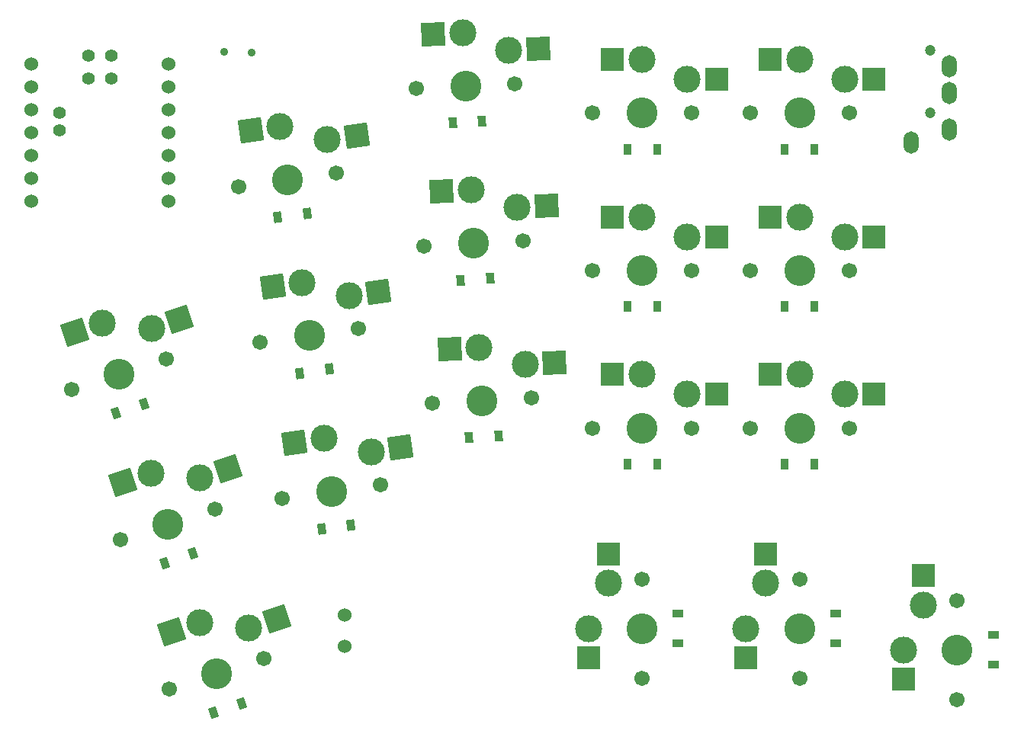
<source format=gbs>
G04 #@! TF.GenerationSoftware,KiCad,Pcbnew,8.0.7*
G04 #@! TF.CreationDate,2024-12-21T19:43:24+01:00*
G04 #@! TF.ProjectId,mint36tt_rev02_L,6d696e74-3336-4747-945f-72657630325f,0.2*
G04 #@! TF.SameCoordinates,Original*
G04 #@! TF.FileFunction,Soldermask,Bot*
G04 #@! TF.FilePolarity,Negative*
%FSLAX46Y46*%
G04 Gerber Fmt 4.6, Leading zero omitted, Abs format (unit mm)*
G04 Created by KiCad (PCBNEW 8.0.7) date 2024-12-21 19:43:24*
%MOMM*%
%LPD*%
G01*
G04 APERTURE LIST*
G04 Aperture macros list*
%AMRotRect*
0 Rectangle, with rotation*
0 The origin of the aperture is its center*
0 $1 length*
0 $2 width*
0 $3 Rotation angle, in degrees counterclockwise*
0 Add horizontal line*
21,1,$1,$2,0,0,$3*%
G04 Aperture macros list end*
%ADD10C,1.524000*%
%ADD11C,1.701800*%
%ADD12C,3.000000*%
%ADD13C,3.429000*%
%ADD14RotRect,2.600000X2.600000X18.000000*%
%ADD15R,0.900000X1.200000*%
%ADD16RotRect,2.600000X2.600000X8.000000*%
%ADD17RotRect,0.900000X1.200000X89.999999*%
%ADD18R,2.600000X2.600000*%
%ADD19RotRect,0.900000X1.200000X18.000000*%
%ADD20RotRect,0.900000X1.200000X3.000000*%
%ADD21C,1.397000*%
%ADD22RotRect,2.600000X2.600000X89.999999*%
%ADD23C,0.900000*%
%ADD24C,1.200000*%
%ADD25O,1.700000X2.500000*%
%ADD26RotRect,0.900000X1.200000X8.000000*%
%ADD27RotRect,2.600000X2.600000X3.000000*%
G04 APERTURE END LIST*
D10*
X128990000Y-121715000D03*
X128990000Y-118315000D03*
D11*
X109499052Y-126511285D03*
D12*
X112891212Y-119152906D03*
X112891212Y-119152906D03*
D13*
X114729863Y-124811692D03*
D12*
X118326332Y-119700145D03*
D11*
X119960674Y-123112099D03*
D14*
X109776502Y-120164936D03*
X121441042Y-118688114D03*
D15*
X181140000Y-84015000D03*
X177840000Y-84015000D03*
D11*
X119607598Y-87991113D03*
D12*
X124225992Y-81333566D03*
X124225992Y-81333566D03*
D13*
X125054072Y-87225661D03*
D12*
X129483513Y-82816290D03*
D11*
X130500546Y-86460209D03*
D16*
X120982864Y-81789358D03*
X132726641Y-82360498D03*
D17*
X200990000Y-120490000D03*
X200990000Y-123790000D03*
D11*
X156490000Y-97515000D03*
D12*
X161990000Y-91565000D03*
X161990000Y-91565000D03*
D13*
X161990000Y-97515000D03*
D12*
X166990000Y-93765000D03*
D11*
X167490000Y-97515000D03*
D18*
X158715000Y-91565000D03*
X170265000Y-93765000D03*
D11*
X122043127Y-105320804D03*
D12*
X126661521Y-98663257D03*
X126661521Y-98663257D03*
D13*
X127489601Y-104555352D03*
D12*
X131919042Y-100145981D03*
D11*
X132936075Y-103789900D03*
D16*
X123418393Y-99119049D03*
X135162170Y-99690189D03*
D15*
X163640000Y-101515000D03*
X160340000Y-101515000D03*
D19*
X117535174Y-128106040D03*
X114396688Y-129125796D03*
D11*
X104091255Y-109867796D03*
D12*
X107483415Y-102509417D03*
X107483415Y-102509417D03*
D13*
X109322066Y-108168203D03*
D12*
X112918535Y-103056656D03*
D11*
X114552877Y-106468610D03*
D14*
X104368705Y-103521447D03*
X116033245Y-102044625D03*
D11*
X173990000Y-62515000D03*
D12*
X179490000Y-56565000D03*
X179490000Y-56565000D03*
D13*
X179490000Y-62515000D03*
D12*
X184490000Y-58765000D03*
D11*
X184990000Y-62515000D03*
D18*
X176215000Y-56565000D03*
X187765000Y-58765000D03*
D17*
X183490000Y-118115000D03*
X183490000Y-121415000D03*
D15*
X181140000Y-66515000D03*
X177840000Y-66515000D03*
D20*
X144247213Y-63420844D03*
X140951735Y-63593552D03*
D10*
X94170000Y-57095000D03*
X94170000Y-59635000D03*
X94170000Y-62175000D03*
X94170000Y-64715000D03*
X94170000Y-67255000D03*
X94170000Y-69795000D03*
X94170000Y-72335000D03*
X109410000Y-72335000D03*
X109410000Y-69795000D03*
X109410000Y-67255000D03*
X109410000Y-64715000D03*
X109410000Y-62175000D03*
X109410000Y-59635000D03*
X109410000Y-57095000D03*
D21*
X100520000Y-56143000D03*
X103060000Y-56143000D03*
X100520000Y-58683000D03*
X103060000Y-58683000D03*
X97345000Y-64398000D03*
X97345000Y-62493000D03*
D20*
X145163093Y-80896861D03*
X141867615Y-81069569D03*
D11*
X161990000Y-125265000D03*
D12*
X156040000Y-119765000D03*
X156040000Y-119765000D03*
D13*
X161990000Y-119765000D03*
D12*
X158240000Y-114765000D03*
D11*
X161990000Y-114265000D03*
D22*
X156040000Y-123040000D03*
X158240000Y-111490000D03*
D19*
X106719579Y-94819062D03*
X103581093Y-95838818D03*
D11*
X156490000Y-80015000D03*
D12*
X161990000Y-74065000D03*
X161990000Y-74065000D03*
D13*
X161990000Y-80015000D03*
D12*
X166990000Y-76265000D03*
D11*
X167490000Y-80015000D03*
D18*
X158715000Y-74065000D03*
X170265000Y-76265000D03*
D11*
X117172069Y-70661422D03*
D12*
X121790463Y-64003875D03*
X121790463Y-64003875D03*
D13*
X122618543Y-69895970D03*
D12*
X127047984Y-65486599D03*
D11*
X128065017Y-69130518D03*
D16*
X118547335Y-64459667D03*
X130291112Y-65030807D03*
D23*
X115615000Y-55720000D03*
X118615000Y-55770000D03*
D15*
X163640000Y-66515000D03*
X160340000Y-66515000D03*
D24*
X193990000Y-55515000D03*
X193990000Y-62515000D03*
D25*
X191890000Y-65815000D03*
X196090000Y-57315000D03*
X196090000Y-60315000D03*
X196090000Y-64315000D03*
D19*
X112127377Y-111462551D03*
X108988891Y-112482307D03*
D15*
X181140000Y-101515000D03*
X177840000Y-101515000D03*
D11*
X98683457Y-93224306D03*
D12*
X102075617Y-85865927D03*
X102075617Y-85865927D03*
D13*
X103914268Y-91524713D03*
D12*
X107510737Y-86413166D03*
D11*
X109145079Y-89825120D03*
D14*
X98960907Y-86877957D03*
X110625447Y-85401135D03*
D11*
X173990000Y-80015000D03*
D12*
X179490000Y-74065000D03*
X179490000Y-74065000D03*
D13*
X179490000Y-80015000D03*
D12*
X184490000Y-76265000D03*
D11*
X184990000Y-80015000D03*
D18*
X176215000Y-74065000D03*
X187765000Y-76265000D03*
D15*
X163640000Y-84015000D03*
X160340000Y-84015000D03*
D26*
X129680236Y-108286789D03*
X126412352Y-108746061D03*
D11*
X136897669Y-59800528D03*
D12*
X142078732Y-53570834D03*
X142078732Y-53570834D03*
D13*
X142390131Y-59512680D03*
D12*
X147187019Y-55506139D03*
D11*
X147882593Y-59224832D03*
D27*
X138808220Y-53742235D03*
X150457531Y-55334739D03*
D26*
X124809177Y-73627406D03*
X121541293Y-74086678D03*
X127244707Y-90957098D03*
X123976823Y-91416370D03*
D11*
X179490000Y-125265000D03*
D12*
X173540000Y-119765000D03*
X173540000Y-119765000D03*
D13*
X179490000Y-119765000D03*
D12*
X175740000Y-114765000D03*
D11*
X179490000Y-114265000D03*
D22*
X173540000Y-123040000D03*
X175740000Y-111490000D03*
D11*
X138729427Y-94752562D03*
D12*
X143910490Y-88522868D03*
X143910490Y-88522868D03*
D13*
X144221889Y-94464714D03*
D12*
X149018777Y-90458173D03*
D11*
X149714351Y-94176866D03*
D27*
X140639978Y-88694269D03*
X152289289Y-90286773D03*
D17*
X165990000Y-118115000D03*
X165990000Y-121415000D03*
D20*
X146078972Y-98372878D03*
X142783494Y-98545586D03*
D11*
X196990000Y-127640000D03*
D12*
X191040000Y-122140000D03*
X191040000Y-122140000D03*
D13*
X196990000Y-122140000D03*
D12*
X193240000Y-117140000D03*
D11*
X196990000Y-116640000D03*
D22*
X191040000Y-125415000D03*
X193240000Y-113865000D03*
D11*
X156490000Y-62515000D03*
D12*
X161990000Y-56565000D03*
X161990000Y-56565000D03*
D13*
X161990000Y-62515000D03*
D12*
X166990000Y-58765000D03*
D11*
X167490000Y-62515000D03*
D18*
X158715000Y-56565000D03*
X170265000Y-58765000D03*
D11*
X137813548Y-77276545D03*
D12*
X142994611Y-71046851D03*
X142994611Y-71046851D03*
D13*
X143306010Y-76988697D03*
D12*
X148102898Y-72982156D03*
D11*
X148798472Y-76700849D03*
D27*
X139724099Y-71218252D03*
X151373410Y-72810756D03*
D11*
X173990000Y-97515000D03*
D12*
X179490000Y-91565000D03*
X179490000Y-91565000D03*
D13*
X179490000Y-97515000D03*
D12*
X184490000Y-93765000D03*
D11*
X184990000Y-97515000D03*
D18*
X176215000Y-91565000D03*
X187765000Y-93765000D03*
M02*

</source>
